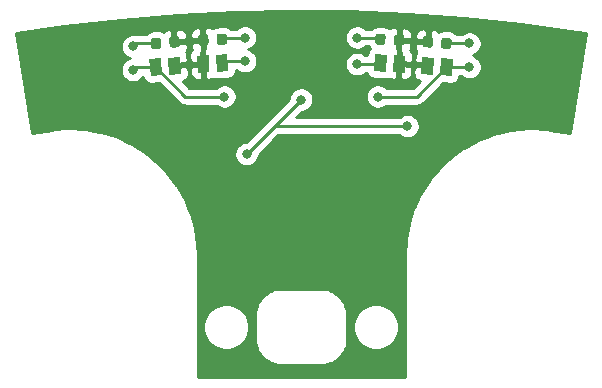
<source format=gbl>
G04 #@! TF.GenerationSoftware,KiCad,Pcbnew,(5.1.10)-1*
G04 #@! TF.CreationDate,2022-02-06T13:52:41+09:00*
G04 #@! TF.ProjectId,FrontSensor,46726f6e-7453-4656-9e73-6f722e6b6963,rev?*
G04 #@! TF.SameCoordinates,Original*
G04 #@! TF.FileFunction,Copper,L2,Bot*
G04 #@! TF.FilePolarity,Positive*
%FSLAX46Y46*%
G04 Gerber Fmt 4.6, Leading zero omitted, Abs format (unit mm)*
G04 Created by KiCad (PCBNEW (5.1.10)-1) date 2022-02-06 13:52:41*
%MOMM*%
%LPD*%
G01*
G04 APERTURE LIST*
G04 #@! TA.AperFunction,SMDPad,CuDef*
%ADD10C,0.100000*%
G04 #@! TD*
G04 #@! TA.AperFunction,ViaPad*
%ADD11C,0.800000*%
G04 #@! TD*
G04 #@! TA.AperFunction,Conductor*
%ADD12C,0.250000*%
G04 #@! TD*
G04 #@! TA.AperFunction,Conductor*
%ADD13C,0.254000*%
G04 #@! TD*
G04 #@! TA.AperFunction,Conductor*
%ADD14C,0.100000*%
G04 #@! TD*
G04 APERTURE END LIST*
G04 #@! TA.AperFunction,SMDPad,CuDef*
G36*
G01*
X-11868228Y151793286D02*
X-11829801Y151282229D01*
G75*
G02*
X-12031533Y151047693I-218134J-16402D01*
G01*
X-12467802Y151014890D01*
G75*
G02*
X-12702338Y151216622I-16402J218134D01*
G01*
X-12740765Y151727679D01*
G75*
G02*
X-12539033Y151962215I218134J16402D01*
G01*
X-12102764Y151995018D01*
G75*
G02*
X-11868228Y151793286I16402J-218134D01*
G01*
G37*
G04 #@! TD.AperFunction*
G04 #@! TA.AperFunction,SMDPad,CuDef*
G36*
G01*
X-10297662Y151911378D02*
X-10259235Y151400321D01*
G75*
G02*
X-10460967Y151165785I-218134J-16402D01*
G01*
X-10897236Y151132982D01*
G75*
G02*
X-11131772Y151334714I-16402J218134D01*
G01*
X-11170199Y151845771D01*
G75*
G02*
X-10968467Y152080307I218134J16402D01*
G01*
X-10532198Y152113110D01*
G75*
G02*
X-10297662Y151911378I16402J-218134D01*
G01*
G37*
G04 #@! TD.AperFunction*
G04 #@! TA.AperFunction,SMDPad,CuDef*
G36*
G01*
X-8711020Y151499215D02*
X-8736056Y152011103D01*
G75*
G02*
X-8528253Y152240278I218489J10686D01*
G01*
X-8091275Y152261650D01*
G75*
G02*
X-7862100Y152053847I10686J-218489D01*
G01*
X-7837064Y151541959D01*
G75*
G02*
X-8044867Y151312784I-218489J-10686D01*
G01*
X-8481845Y151291412D01*
G75*
G02*
X-8711020Y151499215I-10686J218489D01*
G01*
G37*
G04 #@! TD.AperFunction*
G04 #@! TA.AperFunction,SMDPad,CuDef*
G36*
G01*
X-7137900Y151576153D02*
X-7162936Y152088041D01*
G75*
G02*
X-6955133Y152317216I218489J10686D01*
G01*
X-6518155Y152338588D01*
G75*
G02*
X-6288980Y152130785I10686J-218489D01*
G01*
X-6263944Y151618897D01*
G75*
G02*
X-6471747Y151389722I-218489J-10686D01*
G01*
X-6908725Y151368350D01*
G75*
G02*
X-7137900Y151576153I-10686J218489D01*
G01*
G37*
G04 #@! TD.AperFunction*
G04 #@! TA.AperFunction,SMDPad,CuDef*
G36*
G01*
X7163413Y152088630D02*
X7137484Y151576786D01*
G75*
G02*
X6907947Y151369383I-218470J11067D01*
G01*
X6471008Y151391517D01*
G75*
G02*
X6263605Y151621054I11067J218470D01*
G01*
X6289534Y152132898D01*
G75*
G02*
X6519071Y152340301I218470J-11067D01*
G01*
X6956010Y152318167D01*
G75*
G02*
X7163413Y152088630I-11067J-218470D01*
G01*
G37*
G04 #@! TD.AperFunction*
G04 #@! TA.AperFunction,SMDPad,CuDef*
G36*
G01*
X8736395Y152008946D02*
X8710466Y151497102D01*
G75*
G02*
X8480929Y151289699I-218470J11067D01*
G01*
X8043990Y151311833D01*
G75*
G02*
X7836587Y151541370I11067J218470D01*
G01*
X7862516Y152053214D01*
G75*
G02*
X8092053Y152260617I218470J-11067D01*
G01*
X8528992Y152238483D01*
G75*
G02*
X8736395Y152008946I-11067J-218470D01*
G01*
G37*
G04 #@! TD.AperFunction*
G04 #@! TA.AperFunction,SMDPad,CuDef*
G36*
G01*
X10258951Y151402486D02*
X10298270Y151913475D01*
G75*
G02*
X10533157Y152114798I218105J-16782D01*
G01*
X10969368Y152081233D01*
G75*
G02*
X11170691Y151846346I-16782J-218105D01*
G01*
X11131372Y151335357D01*
G75*
G02*
X10896485Y151134034I-218105J16782D01*
G01*
X10460274Y151167599D01*
G75*
G02*
X10258951Y151402486I16782J218105D01*
G01*
G37*
G04 #@! TD.AperFunction*
G04 #@! TA.AperFunction,SMDPad,CuDef*
G36*
G01*
X11829309Y151281654D02*
X11868628Y151792643D01*
G75*
G02*
X12103515Y151993966I218105J-16782D01*
G01*
X12539726Y151960401D01*
G75*
G02*
X12741049Y151725514I-16782J-218105D01*
G01*
X12701730Y151214525D01*
G75*
G02*
X12466843Y151013202I-218105J16782D01*
G01*
X12030632Y151046767D01*
G75*
G02*
X11829309Y151281654I16782J218105D01*
G01*
G37*
G04 #@! TD.AperFunction*
G04 #@! TA.AperFunction,SMDPad,CuDef*
D10*
G36*
X-12741981Y148738568D02*
G01*
X-12850700Y150184487D01*
X-11853515Y150259466D01*
X-11744796Y148813547D01*
X-12741981Y148738568D01*
G37*
G04 #@! TD.AperFunction*
G04 #@! TA.AperFunction,SMDPad,CuDef*
G36*
X-11146485Y148858534D02*
G01*
X-11255204Y150304453D01*
X-10258019Y150379432D01*
X-10149300Y148933513D01*
X-11146485Y148858534D01*
G37*
G04 #@! TD.AperFunction*
G04 #@! TA.AperFunction,SMDPad,CuDef*
G36*
X-7835058Y150521479D02*
G01*
X-7764226Y149073210D01*
X-8763032Y149024361D01*
X-8833864Y150472630D01*
X-7835058Y150521479D01*
G37*
G04 #@! TD.AperFunction*
G04 #@! TA.AperFunction,SMDPad,CuDef*
G36*
X-6236968Y150599639D02*
G01*
X-6166136Y149151370D01*
X-7164942Y149102521D01*
X-7235774Y150550790D01*
X-6236968Y150599639D01*
G37*
G04 #@! TD.AperFunction*
G04 #@! TA.AperFunction,SMDPad,CuDef*
G36*
X6164985Y149153699D02*
G01*
X6238345Y150601842D01*
X7237065Y150551249D01*
X7163705Y149103106D01*
X6164985Y149153699D01*
G37*
G04 #@! TD.AperFunction*
G04 #@! TA.AperFunction,SMDPad,CuDef*
G36*
X7762935Y149072751D02*
G01*
X7836295Y150520894D01*
X8835015Y150470301D01*
X8761655Y149022158D01*
X7762935Y149072751D01*
G37*
G04 #@! TD.AperFunction*
G04 #@! TA.AperFunction,SMDPad,CuDef*
G36*
X11256506Y150304879D02*
G01*
X11145263Y148859152D01*
X10148210Y148935871D01*
X10259453Y150381598D01*
X11256506Y150304879D01*
G37*
G04 #@! TD.AperFunction*
G04 #@! TA.AperFunction,SMDPad,CuDef*
G36*
X12851790Y150182129D02*
G01*
X12740547Y148736402D01*
X11743494Y148813121D01*
X11854737Y150258848D01*
X12851790Y150182129D01*
G37*
G04 #@! TD.AperFunction*
D11*
X-4625000Y142125000D03*
X0Y146750000D03*
X9000000Y144500000D03*
X-15100000Y148000000D03*
X4000000Y146100000D03*
X-4000000Y146100000D03*
X-1500000Y148500000D03*
X1500000Y148500000D03*
X0Y143000000D03*
X0Y151000000D03*
X15000000Y148000000D03*
X3250000Y141250000D03*
X0Y137750000D03*
X-14250000Y151250000D03*
X-4750000Y152000000D03*
X4750000Y152000000D03*
X14250000Y151500000D03*
X-14250000Y149250000D03*
X-6500000Y147000000D03*
X-4750000Y150000000D03*
X4750000Y149750000D03*
X14250000Y149500000D03*
X6500000Y147000000D03*
D12*
X-2750000Y144000000D02*
X0Y146750000D01*
X-4625000Y142125000D02*
X-2750000Y144000000D01*
X-2750000Y144000000D02*
X-2250000Y144500000D01*
X-2250000Y144500000D02*
X9000000Y144500000D01*
X-13995046Y151504954D02*
X-14250000Y151250000D01*
X-12285283Y151504954D02*
X-13995046Y151504954D01*
X-6566909Y152000000D02*
X-6713440Y151853469D01*
X-4750000Y152000000D02*
X-6566909Y152000000D01*
X6568351Y152000000D02*
X6713509Y151854842D01*
X4750000Y152000000D02*
X6568351Y152000000D01*
X14246416Y151503584D02*
X14250000Y151500000D01*
X12285179Y151503584D02*
X14246416Y151503584D01*
X-14000983Y149499017D02*
X-14250000Y149250000D01*
X-12297748Y149499017D02*
X-14000983Y149499017D01*
X-9798731Y147000000D02*
X-12297748Y149499017D01*
X-6500000Y147000000D02*
X-9798731Y147000000D01*
X-6552035Y150000000D02*
X-6700955Y149851080D01*
X-4750000Y150000000D02*
X-6552035Y150000000D01*
X4750000Y149750000D02*
X6598551Y149750000D01*
X6598551Y149750000D02*
X6701025Y149852474D01*
X14247625Y149497625D02*
X14250000Y149500000D01*
X12297642Y149497625D02*
X14247625Y149497625D01*
X9800017Y147000000D02*
X12297642Y149497625D01*
X6500000Y147000000D02*
X9800017Y147000000D01*
D13*
X4087179Y154210755D02*
X8929016Y154006282D01*
X13762084Y153649820D01*
X18581542Y153141727D01*
X23386604Y152481960D01*
X24155489Y152360180D01*
X22779262Y143939284D01*
X21021125Y144211252D01*
X21002913Y144212260D01*
X20204128Y144295547D01*
X20165985Y144297114D01*
X20127905Y144299510D01*
X18872095Y144299510D01*
X18779975Y144293714D01*
X17534069Y144136320D01*
X17534067Y144136320D01*
X17443400Y144119025D01*
X16227043Y143806717D01*
X16189303Y143794454D01*
X16139259Y143778194D01*
X14971636Y143315900D01*
X14901485Y143282889D01*
X14888118Y143276599D01*
X13787643Y142671607D01*
X13765176Y142657349D01*
X13709710Y142622150D01*
X12693738Y141884002D01*
X12622618Y141825167D01*
X11707172Y140965506D01*
X11643987Y140898221D01*
X10843504Y139930604D01*
X10843503Y139930603D01*
X10789249Y139855929D01*
X10116352Y138795613D01*
X10090329Y138748277D01*
X10071885Y138714728D01*
X9537187Y137578437D01*
X9517307Y137528224D01*
X9503209Y137492617D01*
X9115141Y136298270D01*
X9092187Y136208868D01*
X9092187Y136208867D01*
X8856872Y134975300D01*
X8845303Y134883726D01*
X8767264Y133643340D01*
X8765000Y133620348D01*
X8764999Y123235000D01*
X-8765000Y123235000D01*
X-8765000Y127691624D01*
X-8278919Y127691624D01*
X-8278919Y127308376D01*
X-8204151Y126932493D01*
X-8057489Y126578419D01*
X-7844568Y126259761D01*
X-7573572Y125988765D01*
X-7254914Y125775844D01*
X-6900840Y125629182D01*
X-6524957Y125554414D01*
X-6141709Y125554414D01*
X-5765826Y125629182D01*
X-5411752Y125775844D01*
X-5093094Y125988765D01*
X-4822098Y126259761D01*
X-4685700Y126463896D01*
X-3901666Y126463896D01*
X-3898539Y126432152D01*
X-3898604Y126422914D01*
X-3897603Y126412701D01*
X-3867003Y126121556D01*
X-3853600Y126056262D01*
X-3841124Y125990862D01*
X-3838159Y125981038D01*
X-3751591Y125701382D01*
X-3725768Y125639952D01*
X-3700820Y125578203D01*
X-3696002Y125569142D01*
X-3556763Y125311626D01*
X-3519493Y125256371D01*
X-3483035Y125200658D01*
X-3476550Y125192705D01*
X-3289944Y124967138D01*
X-3242657Y124920179D01*
X-3196066Y124872602D01*
X-3188159Y124866060D01*
X-2961295Y124681034D01*
X-2905787Y124644155D01*
X-2850842Y124606533D01*
X-2841815Y124601652D01*
X-2583334Y124464215D01*
X-2521728Y124438822D01*
X-2460514Y124412586D01*
X-2450711Y124409551D01*
X-2170457Y124324937D01*
X-2105067Y124311990D01*
X-2039947Y124298148D01*
X-2029743Y124297075D01*
X-2029741Y124297075D01*
X-1738389Y124268508D01*
X-1702771Y124265000D01*
X1702771Y124265000D01*
X1734515Y124268127D01*
X1743752Y124268062D01*
X1753965Y124269063D01*
X2045110Y124299663D01*
X2110404Y124313066D01*
X2175804Y124325542D01*
X2185628Y124328507D01*
X2465284Y124415075D01*
X2526714Y124440898D01*
X2588463Y124465846D01*
X2597524Y124470664D01*
X2855040Y124609903D01*
X2910295Y124647173D01*
X2966008Y124683631D01*
X2973961Y124690116D01*
X3199528Y124876722D01*
X3246487Y124924009D01*
X3294064Y124970600D01*
X3300606Y124978507D01*
X3485632Y125205371D01*
X3522511Y125260879D01*
X3560133Y125315824D01*
X3565014Y125324851D01*
X3702451Y125583332D01*
X3727844Y125644938D01*
X3754080Y125706152D01*
X3757115Y125715955D01*
X3841729Y125996209D01*
X3854676Y126061599D01*
X3868518Y126126719D01*
X3869591Y126136925D01*
X3898158Y126428277D01*
X3901666Y126463895D01*
X3901666Y127691624D01*
X4387747Y127691624D01*
X4387747Y127308376D01*
X4462515Y126932493D01*
X4609177Y126578419D01*
X4822098Y126259761D01*
X5093094Y125988765D01*
X5411752Y125775844D01*
X5765826Y125629182D01*
X6141709Y125554414D01*
X6524957Y125554414D01*
X6900840Y125629182D01*
X7254914Y125775844D01*
X7573572Y125988765D01*
X7844568Y126259761D01*
X8057489Y126578419D01*
X8204151Y126932493D01*
X8278919Y127308376D01*
X8278919Y127691624D01*
X8204151Y128067507D01*
X8057489Y128421581D01*
X7844568Y128740239D01*
X7573572Y129011235D01*
X7254914Y129224156D01*
X6900840Y129370818D01*
X6524957Y129445586D01*
X6141709Y129445586D01*
X5765826Y129370818D01*
X5411752Y129224156D01*
X5093094Y129011235D01*
X4822098Y128740239D01*
X4609177Y128421581D01*
X4462515Y128067507D01*
X4387747Y127691624D01*
X3901666Y127691624D01*
X3901666Y128536105D01*
X3898539Y128567849D01*
X3898604Y128577085D01*
X3897603Y128587299D01*
X3867003Y128878444D01*
X3853593Y128943770D01*
X3841124Y129009138D01*
X3838159Y129018963D01*
X3751591Y129298618D01*
X3725763Y129360060D01*
X3700820Y129421797D01*
X3696002Y129430858D01*
X3556763Y129688374D01*
X3519508Y129743606D01*
X3483035Y129799342D01*
X3476550Y129807295D01*
X3289945Y130032862D01*
X3242638Y130079840D01*
X3196066Y130127398D01*
X3188159Y130133940D01*
X2961295Y130318966D01*
X2905787Y130355845D01*
X2850842Y130393467D01*
X2841815Y130398348D01*
X2583334Y130535785D01*
X2521754Y130561167D01*
X2460515Y130587414D01*
X2450711Y130590449D01*
X2170457Y130675063D01*
X2105067Y130688010D01*
X2039947Y130701852D01*
X2029743Y130702925D01*
X2029741Y130702925D01*
X1738389Y130731492D01*
X1702771Y130735000D01*
X-1702771Y130735000D01*
X-1734515Y130731873D01*
X-1743751Y130731938D01*
X-1753965Y130730937D01*
X-2045110Y130700337D01*
X-2110436Y130686927D01*
X-2175804Y130674458D01*
X-2185629Y130671493D01*
X-2465284Y130584925D01*
X-2526726Y130559097D01*
X-2588463Y130534154D01*
X-2597519Y130529339D01*
X-2597523Y130529337D01*
X-2597524Y130529336D01*
X-2855040Y130390097D01*
X-2910272Y130352842D01*
X-2966008Y130316369D01*
X-2973961Y130309884D01*
X-3199528Y130123279D01*
X-3246506Y130075972D01*
X-3294064Y130029400D01*
X-3300606Y130021493D01*
X-3485632Y129794629D01*
X-3522511Y129739121D01*
X-3560133Y129684176D01*
X-3565014Y129675149D01*
X-3702451Y129416668D01*
X-3727833Y129355088D01*
X-3754080Y129293849D01*
X-3757115Y129284045D01*
X-3841729Y129003791D01*
X-3854676Y128938401D01*
X-3868518Y128873281D01*
X-3869591Y128863075D01*
X-3898158Y128571723D01*
X-3898158Y128571713D01*
X-3901665Y128536105D01*
X-3901666Y126463896D01*
X-4685700Y126463896D01*
X-4609177Y126578419D01*
X-4462515Y126932493D01*
X-4387747Y127308376D01*
X-4387747Y127691624D01*
X-4462515Y128067507D01*
X-4609177Y128421581D01*
X-4822098Y128740239D01*
X-5093094Y129011235D01*
X-5411752Y129224156D01*
X-5765826Y129370818D01*
X-6141709Y129445586D01*
X-6524957Y129445586D01*
X-6900840Y129370818D01*
X-7254914Y129224156D01*
X-7573572Y129011235D01*
X-7844568Y128740239D01*
X-8057489Y128421581D01*
X-8204151Y128067507D01*
X-8278919Y127691624D01*
X-8765000Y127691624D01*
X-8765000Y133620348D01*
X-8766480Y133635378D01*
X-8799318Y134434686D01*
X-8803277Y134472657D01*
X-8806407Y134510683D01*
X-8987802Y135753324D01*
X-9006843Y135843640D01*
X-9006843Y135843641D01*
X-9342552Y137053748D01*
X-9372763Y137140966D01*
X-9372766Y137140972D01*
X-9857491Y138299455D01*
X-9898395Y138382199D01*
X-10524491Y139470789D01*
X-10524497Y139470801D01*
X-10575449Y139547766D01*
X-11333053Y140549313D01*
X-11393250Y140619285D01*
X-12270407Y141517981D01*
X-12338898Y141579857D01*
X-13152540Y142226939D01*
X-5660000Y142226939D01*
X-5660000Y142023061D01*
X-5620226Y141823102D01*
X-5542205Y141634744D01*
X-5428937Y141465226D01*
X-5284774Y141321063D01*
X-5115256Y141207795D01*
X-4926898Y141129774D01*
X-4726939Y141090000D01*
X-4523061Y141090000D01*
X-4323102Y141129774D01*
X-4134744Y141207795D01*
X-3965226Y141321063D01*
X-3821063Y141465226D01*
X-3707795Y141634744D01*
X-3629774Y141823102D01*
X-3590000Y142023061D01*
X-3590000Y142085198D01*
X-2186201Y143488996D01*
X-2186192Y143489007D01*
X-1935199Y143740000D01*
X8296289Y143740000D01*
X8340226Y143696063D01*
X8509744Y143582795D01*
X8698102Y143504774D01*
X8898061Y143465000D01*
X9101939Y143465000D01*
X9301898Y143504774D01*
X9490256Y143582795D01*
X9659774Y143696063D01*
X9803937Y143840226D01*
X9917205Y144009744D01*
X9995226Y144198102D01*
X10035000Y144398061D01*
X10035000Y144601939D01*
X9995226Y144801898D01*
X9917205Y144990256D01*
X9803937Y145159774D01*
X9659774Y145303937D01*
X9490256Y145417205D01*
X9301898Y145495226D01*
X9101939Y145535000D01*
X8898061Y145535000D01*
X8698102Y145495226D01*
X8509744Y145417205D01*
X8340226Y145303937D01*
X8296289Y145260000D01*
X-415198Y145260000D01*
X39802Y145715000D01*
X101939Y145715000D01*
X301898Y145754774D01*
X490256Y145832795D01*
X659774Y145946063D01*
X803937Y146090226D01*
X917205Y146259744D01*
X995226Y146448102D01*
X1035000Y146648061D01*
X1035000Y146851939D01*
X995226Y147051898D01*
X974499Y147101939D01*
X5465000Y147101939D01*
X5465000Y146898061D01*
X5504774Y146698102D01*
X5582795Y146509744D01*
X5696063Y146340226D01*
X5840226Y146196063D01*
X6009744Y146082795D01*
X6198102Y146004774D01*
X6398061Y145965000D01*
X6601939Y145965000D01*
X6801898Y146004774D01*
X6990256Y146082795D01*
X7159774Y146196063D01*
X7203711Y146240000D01*
X9762695Y146240000D01*
X9800017Y146236324D01*
X9837339Y146240000D01*
X9837350Y146240000D01*
X9949003Y146250997D01*
X10092264Y146294454D01*
X10224293Y146365026D01*
X10340018Y146459999D01*
X10363821Y146489003D01*
X12026227Y148151408D01*
X12691595Y148100211D01*
X12816650Y148102885D01*
X12938781Y148129904D01*
X13053294Y148180232D01*
X13155788Y148251932D01*
X13242324Y148342251D01*
X13309578Y148447716D01*
X13354964Y148564275D01*
X13376738Y148687450D01*
X13380599Y148737625D01*
X13548664Y148737625D01*
X13590226Y148696063D01*
X13759744Y148582795D01*
X13948102Y148504774D01*
X14148061Y148465000D01*
X14351939Y148465000D01*
X14551898Y148504774D01*
X14740256Y148582795D01*
X14909774Y148696063D01*
X15053937Y148840226D01*
X15167205Y149009744D01*
X15245226Y149198102D01*
X15285000Y149398061D01*
X15285000Y149601939D01*
X15245226Y149801898D01*
X15167205Y149990256D01*
X15053937Y150159774D01*
X14909774Y150303937D01*
X14740256Y150417205D01*
X14551898Y150495226D01*
X14527897Y150500000D01*
X14551898Y150504774D01*
X14740256Y150582795D01*
X14909774Y150696063D01*
X15053937Y150840226D01*
X15167205Y151009744D01*
X15245226Y151198102D01*
X15285000Y151398061D01*
X15285000Y151601939D01*
X15245226Y151801898D01*
X15167205Y151990256D01*
X15053937Y152159774D01*
X14909774Y152303937D01*
X14740256Y152417205D01*
X14551898Y152495226D01*
X14351939Y152535000D01*
X14148061Y152535000D01*
X13948102Y152495226D01*
X13759744Y152417205D01*
X13590226Y152303937D01*
X13549873Y152263584D01*
X13198905Y152263584D01*
X13173505Y152299893D01*
X13052223Y152416097D01*
X12910601Y152506407D01*
X12754081Y152567353D01*
X12588679Y152596593D01*
X12152468Y152630158D01*
X11984540Y152626567D01*
X11820539Y152590284D01*
X11666768Y152522703D01*
X11643813Y152506644D01*
X11581625Y152566228D01*
X11476159Y152633483D01*
X11359600Y152678869D01*
X11236425Y152700643D01*
X11084887Y152709222D01*
X10914426Y152563119D01*
X10851190Y151741298D01*
X10871131Y151739764D01*
X10851644Y151486513D01*
X10831703Y151488047D01*
X10830169Y151468106D01*
X10576918Y151487593D01*
X10578452Y151507534D01*
X9794021Y151567892D01*
X9623559Y151421789D01*
X9605977Y151233333D01*
X9608651Y151108277D01*
X9635671Y150986146D01*
X9685999Y150871634D01*
X9755482Y150772309D01*
X9690422Y150670284D01*
X9645035Y150553725D01*
X9623261Y150430550D01*
X9592626Y149992359D01*
X9738729Y149821898D01*
X10585476Y149756744D01*
X10587010Y149776685D01*
X10840261Y149757198D01*
X10838727Y149737257D01*
X10858668Y149735723D01*
X10839181Y149482472D01*
X10819240Y149484006D01*
X10817706Y149464065D01*
X10564455Y149483552D01*
X10565989Y149503493D01*
X9719242Y149568646D01*
X9548781Y149422543D01*
X9512019Y148984824D01*
X9514693Y148859768D01*
X9541712Y148737637D01*
X9592041Y148623124D01*
X9663741Y148520630D01*
X9754059Y148434094D01*
X9859524Y148366840D01*
X9976084Y148321454D01*
X10036066Y148310851D01*
X9485216Y147760000D01*
X7203711Y147760000D01*
X7159774Y147803937D01*
X6990256Y147917205D01*
X6801898Y147995226D01*
X6601939Y148035000D01*
X6398061Y148035000D01*
X6198102Y147995226D01*
X6009744Y147917205D01*
X5840226Y147803937D01*
X5696063Y147659774D01*
X5582795Y147490256D01*
X5504774Y147301898D01*
X5465000Y147101939D01*
X974499Y147101939D01*
X917205Y147240256D01*
X803937Y147409774D01*
X659774Y147553937D01*
X490256Y147667205D01*
X301898Y147745226D01*
X101939Y147785000D01*
X-101939Y147785000D01*
X-301898Y147745226D01*
X-490256Y147667205D01*
X-659774Y147553937D01*
X-803937Y147409774D01*
X-917205Y147240256D01*
X-995226Y147051898D01*
X-1035000Y146851939D01*
X-1035000Y146789802D01*
X-2760998Y145063803D01*
X-2790001Y145040001D01*
X-2813803Y145010998D01*
X-3260993Y144563808D01*
X-3261004Y144563799D01*
X-4664802Y143160000D01*
X-4726939Y143160000D01*
X-4926898Y143120226D01*
X-5115256Y143042205D01*
X-5284774Y142928937D01*
X-5428937Y142784774D01*
X-5542205Y142615256D01*
X-5620226Y142426898D01*
X-5660000Y142226939D01*
X-13152540Y142226939D01*
X-13321775Y142361530D01*
X-13353980Y142383992D01*
X-13397482Y142414334D01*
X-14470579Y143066655D01*
X-14526492Y143096003D01*
X-14552306Y143109553D01*
X-15698698Y143622237D01*
X-15785157Y143654554D01*
X-15785162Y143654555D01*
X-16986766Y144019514D01*
X-17076595Y144040740D01*
X-18314471Y144252220D01*
X-18324988Y144253343D01*
X-18406251Y144262020D01*
X-19660871Y144316686D01*
X-19753156Y144314906D01*
X-20994925Y144212702D01*
X-21021125Y144211252D01*
X-22779262Y143939284D01*
X-23990713Y151351939D01*
X-15285000Y151351939D01*
X-15285000Y151148061D01*
X-15245226Y150948102D01*
X-15167205Y150759744D01*
X-15053937Y150590226D01*
X-14909774Y150446063D01*
X-14740256Y150332795D01*
X-14551898Y150254774D01*
X-14527897Y150250000D01*
X-14551898Y150245226D01*
X-14740256Y150167205D01*
X-14909774Y150053937D01*
X-15053937Y149909774D01*
X-15167205Y149740256D01*
X-15245226Y149551898D01*
X-15285000Y149351939D01*
X-15285000Y149148061D01*
X-15245226Y148948102D01*
X-15167205Y148759744D01*
X-15053937Y148590226D01*
X-14909774Y148446063D01*
X-14740256Y148332795D01*
X-14551898Y148254774D01*
X-14351939Y148215000D01*
X-14148061Y148215000D01*
X-13948102Y148254774D01*
X-13759744Y148332795D01*
X-13590226Y148446063D01*
X-13446063Y148590226D01*
X-13378323Y148691606D01*
X-13378257Y148690726D01*
X-13356698Y148567514D01*
X-13311515Y148450876D01*
X-13244445Y148345293D01*
X-13158067Y148254824D01*
X-13055698Y148182944D01*
X-12941273Y148132417D01*
X-12819190Y148105184D01*
X-12694139Y148102292D01*
X-12026058Y148152525D01*
X-10362530Y146488997D01*
X-10338732Y146459999D01*
X-10223007Y146365026D01*
X-10090978Y146294454D01*
X-9947717Y146250997D01*
X-9836064Y146240000D01*
X-9836056Y146240000D01*
X-9798731Y146236324D01*
X-9761406Y146240000D01*
X-7203711Y146240000D01*
X-7159774Y146196063D01*
X-6990256Y146082795D01*
X-6801898Y146004774D01*
X-6601939Y145965000D01*
X-6398061Y145965000D01*
X-6198102Y146004774D01*
X-6009744Y146082795D01*
X-5840226Y146196063D01*
X-5696063Y146340226D01*
X-5582795Y146509744D01*
X-5504774Y146698102D01*
X-5465000Y146898061D01*
X-5465000Y147101939D01*
X-5504774Y147301898D01*
X-5582795Y147490256D01*
X-5696063Y147659774D01*
X-5840226Y147803937D01*
X-6009744Y147917205D01*
X-6198102Y147995226D01*
X-6398061Y148035000D01*
X-6601939Y148035000D01*
X-6801898Y147995226D01*
X-6990256Y147917205D01*
X-7159774Y147803937D01*
X-7203711Y147760000D01*
X-9483929Y147760000D01*
X-10033123Y148309194D01*
X-9978246Y148318796D01*
X-9861607Y148363979D01*
X-9756025Y148431049D01*
X-9665556Y148517427D01*
X-9593677Y148619796D01*
X-9543149Y148734221D01*
X-9515916Y148856304D01*
X-9513024Y148981355D01*
X-9549022Y149419138D01*
X-9564053Y149432067D01*
X-9418731Y149432067D01*
X-9400342Y148993191D01*
X-9382016Y148869457D01*
X-9339902Y148751675D01*
X-9275619Y148644373D01*
X-9191638Y148551674D01*
X-9091186Y148477140D01*
X-8978123Y148423634D01*
X-8856795Y148393215D01*
X-8731862Y148387050D01*
X-8518018Y148400585D01*
X-8367213Y148566900D01*
X-8419689Y149639868D01*
X-9267926Y149598382D01*
X-9418731Y149432067D01*
X-9564053Y149432067D01*
X-9719228Y149565538D01*
X-10566087Y149501863D01*
X-10564587Y149481919D01*
X-10817872Y149462874D01*
X-10819372Y149482818D01*
X-10839316Y149481318D01*
X-10858361Y149734603D01*
X-10838417Y149736103D01*
X-10839917Y149756047D01*
X-10586632Y149775092D01*
X-10585132Y149755148D01*
X-9738272Y149818823D01*
X-9591872Y149989030D01*
X-9621743Y150427273D01*
X-9624225Y150441460D01*
X-9471174Y150441460D01*
X-9446649Y150002884D01*
X-9280333Y149852079D01*
X-8432097Y149893564D01*
X-8471764Y150704608D01*
X-8366940Y150820213D01*
X-8374702Y150978940D01*
X-8230877Y150978940D01*
X-8178401Y149905972D01*
X-8158425Y149906949D01*
X-8146016Y149653253D01*
X-8165993Y149652276D01*
X-8113516Y148579308D01*
X-7947200Y148428502D01*
X-7733056Y148435900D01*
X-7609322Y148454226D01*
X-7491540Y148496340D01*
X-7437244Y148528869D01*
X-7380034Y148501795D01*
X-7258705Y148471376D01*
X-7133773Y148465211D01*
X-6134967Y148514060D01*
X-6011232Y148532386D01*
X-5893451Y148574500D01*
X-5786149Y148638783D01*
X-5693449Y148722764D01*
X-5618915Y148823216D01*
X-5565410Y148936279D01*
X-5534991Y149057608D01*
X-5528826Y149182540D01*
X-5531636Y149240000D01*
X-5453711Y149240000D01*
X-5409774Y149196063D01*
X-5240256Y149082795D01*
X-5051898Y149004774D01*
X-4851939Y148965000D01*
X-4648061Y148965000D01*
X-4448102Y149004774D01*
X-4259744Y149082795D01*
X-4090226Y149196063D01*
X-3946063Y149340226D01*
X-3832795Y149509744D01*
X-3754774Y149698102D01*
X-3715000Y149898061D01*
X-3715000Y150101939D01*
X-3754774Y150301898D01*
X-3832795Y150490256D01*
X-3946063Y150659774D01*
X-4090226Y150803937D01*
X-4259744Y150917205D01*
X-4448102Y150995226D01*
X-4472103Y151000000D01*
X-4448102Y151004774D01*
X-4259744Y151082795D01*
X-4090226Y151196063D01*
X-3946063Y151340226D01*
X-3832795Y151509744D01*
X-3754774Y151698102D01*
X-3715000Y151898061D01*
X-3715000Y152101939D01*
X3715000Y152101939D01*
X3715000Y151898061D01*
X3754774Y151698102D01*
X3832795Y151509744D01*
X3946063Y151340226D01*
X4090226Y151196063D01*
X4259744Y151082795D01*
X4448102Y151004774D01*
X4648061Y150965000D01*
X4851939Y150965000D01*
X5051898Y151004774D01*
X5240256Y151082795D01*
X5409774Y151196063D01*
X5453711Y151240000D01*
X5713796Y151240000D01*
X5746483Y151170615D01*
X5814703Y151078336D01*
X5810565Y151075276D01*
X5726422Y150982723D01*
X5661952Y150875534D01*
X5619633Y150757826D01*
X5601090Y150634124D01*
X5594802Y150510000D01*
X5453711Y150510000D01*
X5409774Y150553937D01*
X5240256Y150667205D01*
X5051898Y150745226D01*
X4851939Y150785000D01*
X4648061Y150785000D01*
X4448102Y150745226D01*
X4259744Y150667205D01*
X4090226Y150553937D01*
X3946063Y150409774D01*
X3832795Y150240256D01*
X3754774Y150051898D01*
X3715000Y149851939D01*
X3715000Y149648061D01*
X3754774Y149448102D01*
X3832795Y149259744D01*
X3946063Y149090226D01*
X4090226Y148946063D01*
X4259744Y148832795D01*
X4448102Y148754774D01*
X4648061Y148715000D01*
X4851939Y148715000D01*
X5051898Y148754774D01*
X5240256Y148832795D01*
X5409774Y148946063D01*
X5453711Y148990000D01*
X5551356Y148990000D01*
X5563885Y148939657D01*
X5617192Y148826501D01*
X5691551Y148725919D01*
X5784104Y148641776D01*
X5891293Y148577306D01*
X6009001Y148534987D01*
X6132703Y148516444D01*
X7131423Y148465851D01*
X7256366Y148471798D01*
X7377747Y148502005D01*
X7435006Y148528980D01*
X7489244Y148496358D01*
X7606951Y148454038D01*
X7730654Y148435496D01*
X7944785Y148427725D01*
X8097140Y148565389D01*
X8365038Y148565389D01*
X8515553Y148398811D01*
X8729373Y148384903D01*
X8854316Y148390850D01*
X8975697Y148421057D01*
X9088853Y148474366D01*
X9189435Y148548724D01*
X9273577Y148641277D01*
X9338048Y148748466D01*
X9380367Y148866174D01*
X9398910Y148989876D01*
X9418065Y149428719D01*
X9267549Y149595297D01*
X8419387Y149638263D01*
X8365038Y148565389D01*
X8097140Y148565389D01*
X8111363Y148578240D01*
X8165712Y149651114D01*
X8145738Y149652126D01*
X8158589Y149905801D01*
X8178563Y149904789D01*
X8224859Y150818701D01*
X8365202Y150818701D01*
X8473134Y150699250D01*
X8432238Y149891938D01*
X9280400Y149848972D01*
X9446978Y149999487D01*
X9472269Y150438019D01*
X9466323Y150562962D01*
X9436115Y150684344D01*
X9382807Y150797500D01*
X9308449Y150898081D01*
X9245786Y150955050D01*
X9275792Y151004940D01*
X9318112Y151122648D01*
X9336654Y151246350D01*
X9343161Y151435513D01*
X9192646Y151602091D01*
X8406903Y151641895D01*
X8365202Y150818701D01*
X8224859Y150818701D01*
X8232912Y150977663D01*
X8124980Y151097114D01*
X8153228Y151654746D01*
X8133254Y151655758D01*
X8145402Y151895570D01*
X8419754Y151895570D01*
X9205496Y151855766D01*
X9355831Y151991605D01*
X9667404Y151991605D01*
X9813507Y151821144D01*
X10597939Y151760785D01*
X10661174Y152582606D01*
X10515071Y152753067D01*
X10364004Y152767772D01*
X10238949Y152765098D01*
X10116818Y152738078D01*
X10002305Y152687750D01*
X9899811Y152616050D01*
X9813275Y152525732D01*
X9746021Y152420267D01*
X9700635Y152303707D01*
X9678861Y152180533D01*
X9667404Y151991605D01*
X9355831Y151991605D01*
X9372074Y152006281D01*
X9384717Y152195133D01*
X9378771Y152320076D01*
X9348563Y152441458D01*
X9295255Y152554614D01*
X9220896Y152655196D01*
X9128344Y152739338D01*
X9021154Y152803809D01*
X8903447Y152846128D01*
X8779744Y152864670D01*
X8628033Y152869280D01*
X8461455Y152718764D01*
X8419754Y151895570D01*
X8145402Y151895570D01*
X8146105Y151909433D01*
X8166079Y151908421D01*
X8207780Y152731615D01*
X8057265Y152898193D01*
X7905865Y152908939D01*
X7780922Y152902993D01*
X7659540Y152872785D01*
X7546384Y152819477D01*
X7477130Y152768278D01*
X7456401Y152787123D01*
X7312463Y152873695D01*
X7154402Y152930522D01*
X6988291Y152955422D01*
X6551352Y152977556D01*
X6383577Y152969570D01*
X6220582Y152929007D01*
X6068632Y152857424D01*
X5936852Y152760000D01*
X5453711Y152760000D01*
X5409774Y152803937D01*
X5240256Y152917205D01*
X5051898Y152995226D01*
X4851939Y153035000D01*
X4648061Y153035000D01*
X4448102Y152995226D01*
X4259744Y152917205D01*
X4090226Y152803937D01*
X3946063Y152659774D01*
X3832795Y152490256D01*
X3754774Y152301898D01*
X3715000Y152101939D01*
X-3715000Y152101939D01*
X-3754774Y152301898D01*
X-3832795Y152490256D01*
X-3946063Y152659774D01*
X-4090226Y152803937D01*
X-4259744Y152917205D01*
X-4448102Y152995226D01*
X-4648061Y153035000D01*
X-4851939Y153035000D01*
X-5051898Y152995226D01*
X-5240256Y152917205D01*
X-5409774Y152803937D01*
X-5453711Y152760000D01*
X-5938882Y152760000D01*
X-6066814Y152854924D01*
X-6218639Y152926772D01*
X-6381563Y152967620D01*
X-6549325Y152975898D01*
X-6986303Y152954526D01*
X-7152457Y152929916D01*
X-7310617Y152873364D01*
X-7454706Y152787044D01*
X-7475466Y152768236D01*
X-7544632Y152819556D01*
X-7657695Y152873062D01*
X-7779023Y152903481D01*
X-7903956Y152909646D01*
X-8055374Y152899165D01*
X-8206180Y152732849D01*
X-8165916Y151909583D01*
X-8145940Y151910560D01*
X-8133531Y151656864D01*
X-8153508Y151655887D01*
X-8126053Y151094545D01*
X-8230877Y150978940D01*
X-8374702Y150978940D01*
X-8407204Y151643479D01*
X-9193015Y151605046D01*
X-9343821Y151438731D01*
X-9337644Y151249557D01*
X-9319318Y151125822D01*
X-9277204Y151008041D01*
X-9246053Y150956044D01*
X-9306551Y150901236D01*
X-9381085Y150800784D01*
X-9434591Y150687721D01*
X-9465010Y150566392D01*
X-9471174Y150441460D01*
X-9624225Y150441460D01*
X-9643302Y150550486D01*
X-9688485Y150667124D01*
X-9755030Y150771881D01*
X-9687210Y150868469D01*
X-9636683Y150982894D01*
X-9609450Y151104977D01*
X-9606558Y151230028D01*
X-9623811Y151418515D01*
X-9794017Y151564915D01*
X-10578552Y151505926D01*
X-10577052Y151485982D01*
X-10830337Y151466937D01*
X-10831837Y151486881D01*
X-10851781Y151485381D01*
X-10870826Y151738666D01*
X-10850882Y151740166D01*
X-10912683Y152562096D01*
X-10934824Y152581141D01*
X-10659398Y152581141D01*
X-10597597Y151759211D01*
X-9813061Y151818200D01*
X-9666661Y151988406D01*
X-9677787Y152177354D01*
X-9681473Y152198422D01*
X-9384052Y152198422D01*
X-9371738Y152009548D01*
X-9205423Y151858743D01*
X-8419612Y151897175D01*
X-8459877Y152720441D01*
X-8626192Y152871247D01*
X-8777911Y152866902D01*
X-8901645Y152848576D01*
X-9019427Y152806462D01*
X-9126729Y152742179D01*
X-9219428Y152658198D01*
X-9293962Y152557746D01*
X-9347468Y152444684D01*
X-9377887Y152323355D01*
X-9384052Y152198422D01*
X-9681473Y152198422D01*
X-9699346Y152300566D01*
X-9744529Y152417205D01*
X-9811599Y152522787D01*
X-9897978Y152613256D01*
X-10000346Y152685135D01*
X-10114771Y152735663D01*
X-10236854Y152762896D01*
X-10361905Y152765788D01*
X-10512998Y152751347D01*
X-10659398Y152581141D01*
X-10934824Y152581141D01*
X-11082889Y152708496D01*
X-11234442Y152700182D01*
X-11357655Y152678623D01*
X-11474293Y152633440D01*
X-11579876Y152566370D01*
X-11642168Y152506895D01*
X-11665093Y152522992D01*
X-11818746Y152590841D01*
X-11982683Y152627410D01*
X-12150605Y152631294D01*
X-12586874Y152598491D01*
X-12752328Y152569540D01*
X-12908953Y152508868D01*
X-13050733Y152418805D01*
X-13172218Y152302813D01*
X-13198801Y152264954D01*
X-13957724Y152264954D01*
X-13995047Y152268630D01*
X-14032370Y152264954D01*
X-14032379Y152264954D01*
X-14042347Y152263972D01*
X-14148061Y152285000D01*
X-14351939Y152285000D01*
X-14551898Y152245226D01*
X-14740256Y152167205D01*
X-14909774Y152053937D01*
X-15053937Y151909774D01*
X-15167205Y151740256D01*
X-15245226Y151551898D01*
X-15285000Y151351939D01*
X-23990713Y151351939D01*
X-24154198Y152352272D01*
X-20087041Y152951538D01*
X-15272789Y153507017D01*
X-10443479Y153911000D01*
X-5603875Y154163091D01*
X-758704Y154263043D01*
X4087179Y154210755D01*
G04 #@! TA.AperFunction,Conductor*
D14*
G36*
X4087179Y154210755D02*
G01*
X8929016Y154006282D01*
X13762084Y153649820D01*
X18581542Y153141727D01*
X23386604Y152481960D01*
X24155489Y152360180D01*
X22779262Y143939284D01*
X21021125Y144211252D01*
X21002913Y144212260D01*
X20204128Y144295547D01*
X20165985Y144297114D01*
X20127905Y144299510D01*
X18872095Y144299510D01*
X18779975Y144293714D01*
X17534069Y144136320D01*
X17534067Y144136320D01*
X17443400Y144119025D01*
X16227043Y143806717D01*
X16189303Y143794454D01*
X16139259Y143778194D01*
X14971636Y143315900D01*
X14901485Y143282889D01*
X14888118Y143276599D01*
X13787643Y142671607D01*
X13765176Y142657349D01*
X13709710Y142622150D01*
X12693738Y141884002D01*
X12622618Y141825167D01*
X11707172Y140965506D01*
X11643987Y140898221D01*
X10843504Y139930604D01*
X10843503Y139930603D01*
X10789249Y139855929D01*
X10116352Y138795613D01*
X10090329Y138748277D01*
X10071885Y138714728D01*
X9537187Y137578437D01*
X9517307Y137528224D01*
X9503209Y137492617D01*
X9115141Y136298270D01*
X9092187Y136208868D01*
X9092187Y136208867D01*
X8856872Y134975300D01*
X8845303Y134883726D01*
X8767264Y133643340D01*
X8765000Y133620348D01*
X8764999Y123235000D01*
X-8765000Y123235000D01*
X-8765000Y127691624D01*
X-8278919Y127691624D01*
X-8278919Y127308376D01*
X-8204151Y126932493D01*
X-8057489Y126578419D01*
X-7844568Y126259761D01*
X-7573572Y125988765D01*
X-7254914Y125775844D01*
X-6900840Y125629182D01*
X-6524957Y125554414D01*
X-6141709Y125554414D01*
X-5765826Y125629182D01*
X-5411752Y125775844D01*
X-5093094Y125988765D01*
X-4822098Y126259761D01*
X-4685700Y126463896D01*
X-3901666Y126463896D01*
X-3898539Y126432152D01*
X-3898604Y126422914D01*
X-3897603Y126412701D01*
X-3867003Y126121556D01*
X-3853600Y126056262D01*
X-3841124Y125990862D01*
X-3838159Y125981038D01*
X-3751591Y125701382D01*
X-3725768Y125639952D01*
X-3700820Y125578203D01*
X-3696002Y125569142D01*
X-3556763Y125311626D01*
X-3519493Y125256371D01*
X-3483035Y125200658D01*
X-3476550Y125192705D01*
X-3289944Y124967138D01*
X-3242657Y124920179D01*
X-3196066Y124872602D01*
X-3188159Y124866060D01*
X-2961295Y124681034D01*
X-2905787Y124644155D01*
X-2850842Y124606533D01*
X-2841815Y124601652D01*
X-2583334Y124464215D01*
X-2521728Y124438822D01*
X-2460514Y124412586D01*
X-2450711Y124409551D01*
X-2170457Y124324937D01*
X-2105067Y124311990D01*
X-2039947Y124298148D01*
X-2029743Y124297075D01*
X-2029741Y124297075D01*
X-1738389Y124268508D01*
X-1702771Y124265000D01*
X1702771Y124265000D01*
X1734515Y124268127D01*
X1743752Y124268062D01*
X1753965Y124269063D01*
X2045110Y124299663D01*
X2110404Y124313066D01*
X2175804Y124325542D01*
X2185628Y124328507D01*
X2465284Y124415075D01*
X2526714Y124440898D01*
X2588463Y124465846D01*
X2597524Y124470664D01*
X2855040Y124609903D01*
X2910295Y124647173D01*
X2966008Y124683631D01*
X2973961Y124690116D01*
X3199528Y124876722D01*
X3246487Y124924009D01*
X3294064Y124970600D01*
X3300606Y124978507D01*
X3485632Y125205371D01*
X3522511Y125260879D01*
X3560133Y125315824D01*
X3565014Y125324851D01*
X3702451Y125583332D01*
X3727844Y125644938D01*
X3754080Y125706152D01*
X3757115Y125715955D01*
X3841729Y125996209D01*
X3854676Y126061599D01*
X3868518Y126126719D01*
X3869591Y126136925D01*
X3898158Y126428277D01*
X3901666Y126463895D01*
X3901666Y127691624D01*
X4387747Y127691624D01*
X4387747Y127308376D01*
X4462515Y126932493D01*
X4609177Y126578419D01*
X4822098Y126259761D01*
X5093094Y125988765D01*
X5411752Y125775844D01*
X5765826Y125629182D01*
X6141709Y125554414D01*
X6524957Y125554414D01*
X6900840Y125629182D01*
X7254914Y125775844D01*
X7573572Y125988765D01*
X7844568Y126259761D01*
X8057489Y126578419D01*
X8204151Y126932493D01*
X8278919Y127308376D01*
X8278919Y127691624D01*
X8204151Y128067507D01*
X8057489Y128421581D01*
X7844568Y128740239D01*
X7573572Y129011235D01*
X7254914Y129224156D01*
X6900840Y129370818D01*
X6524957Y129445586D01*
X6141709Y129445586D01*
X5765826Y129370818D01*
X5411752Y129224156D01*
X5093094Y129011235D01*
X4822098Y128740239D01*
X4609177Y128421581D01*
X4462515Y128067507D01*
X4387747Y127691624D01*
X3901666Y127691624D01*
X3901666Y128536105D01*
X3898539Y128567849D01*
X3898604Y128577085D01*
X3897603Y128587299D01*
X3867003Y128878444D01*
X3853593Y128943770D01*
X3841124Y129009138D01*
X3838159Y129018963D01*
X3751591Y129298618D01*
X3725763Y129360060D01*
X3700820Y129421797D01*
X3696002Y129430858D01*
X3556763Y129688374D01*
X3519508Y129743606D01*
X3483035Y129799342D01*
X3476550Y129807295D01*
X3289945Y130032862D01*
X3242638Y130079840D01*
X3196066Y130127398D01*
X3188159Y130133940D01*
X2961295Y130318966D01*
X2905787Y130355845D01*
X2850842Y130393467D01*
X2841815Y130398348D01*
X2583334Y130535785D01*
X2521754Y130561167D01*
X2460515Y130587414D01*
X2450711Y130590449D01*
X2170457Y130675063D01*
X2105067Y130688010D01*
X2039947Y130701852D01*
X2029743Y130702925D01*
X2029741Y130702925D01*
X1738389Y130731492D01*
X1702771Y130735000D01*
X-1702771Y130735000D01*
X-1734515Y130731873D01*
X-1743751Y130731938D01*
X-1753965Y130730937D01*
X-2045110Y130700337D01*
X-2110436Y130686927D01*
X-2175804Y130674458D01*
X-2185629Y130671493D01*
X-2465284Y130584925D01*
X-2526726Y130559097D01*
X-2588463Y130534154D01*
X-2597519Y130529339D01*
X-2597523Y130529337D01*
X-2597524Y130529336D01*
X-2855040Y130390097D01*
X-2910272Y130352842D01*
X-2966008Y130316369D01*
X-2973961Y130309884D01*
X-3199528Y130123279D01*
X-3246506Y130075972D01*
X-3294064Y130029400D01*
X-3300606Y130021493D01*
X-3485632Y129794629D01*
X-3522511Y129739121D01*
X-3560133Y129684176D01*
X-3565014Y129675149D01*
X-3702451Y129416668D01*
X-3727833Y129355088D01*
X-3754080Y129293849D01*
X-3757115Y129284045D01*
X-3841729Y129003791D01*
X-3854676Y128938401D01*
X-3868518Y128873281D01*
X-3869591Y128863075D01*
X-3898158Y128571723D01*
X-3898158Y128571713D01*
X-3901665Y128536105D01*
X-3901666Y126463896D01*
X-4685700Y126463896D01*
X-4609177Y126578419D01*
X-4462515Y126932493D01*
X-4387747Y127308376D01*
X-4387747Y127691624D01*
X-4462515Y128067507D01*
X-4609177Y128421581D01*
X-4822098Y128740239D01*
X-5093094Y129011235D01*
X-5411752Y129224156D01*
X-5765826Y129370818D01*
X-6141709Y129445586D01*
X-6524957Y129445586D01*
X-6900840Y129370818D01*
X-7254914Y129224156D01*
X-7573572Y129011235D01*
X-7844568Y128740239D01*
X-8057489Y128421581D01*
X-8204151Y128067507D01*
X-8278919Y127691624D01*
X-8765000Y127691624D01*
X-8765000Y133620348D01*
X-8766480Y133635378D01*
X-8799318Y134434686D01*
X-8803277Y134472657D01*
X-8806407Y134510683D01*
X-8987802Y135753324D01*
X-9006843Y135843640D01*
X-9006843Y135843641D01*
X-9342552Y137053748D01*
X-9372763Y137140966D01*
X-9372766Y137140972D01*
X-9857491Y138299455D01*
X-9898395Y138382199D01*
X-10524491Y139470789D01*
X-10524497Y139470801D01*
X-10575449Y139547766D01*
X-11333053Y140549313D01*
X-11393250Y140619285D01*
X-12270407Y141517981D01*
X-12338898Y141579857D01*
X-13152540Y142226939D01*
X-5660000Y142226939D01*
X-5660000Y142023061D01*
X-5620226Y141823102D01*
X-5542205Y141634744D01*
X-5428937Y141465226D01*
X-5284774Y141321063D01*
X-5115256Y141207795D01*
X-4926898Y141129774D01*
X-4726939Y141090000D01*
X-4523061Y141090000D01*
X-4323102Y141129774D01*
X-4134744Y141207795D01*
X-3965226Y141321063D01*
X-3821063Y141465226D01*
X-3707795Y141634744D01*
X-3629774Y141823102D01*
X-3590000Y142023061D01*
X-3590000Y142085198D01*
X-2186201Y143488996D01*
X-2186192Y143489007D01*
X-1935199Y143740000D01*
X8296289Y143740000D01*
X8340226Y143696063D01*
X8509744Y143582795D01*
X8698102Y143504774D01*
X8898061Y143465000D01*
X9101939Y143465000D01*
X9301898Y143504774D01*
X9490256Y143582795D01*
X9659774Y143696063D01*
X9803937Y143840226D01*
X9917205Y144009744D01*
X9995226Y144198102D01*
X10035000Y144398061D01*
X10035000Y144601939D01*
X9995226Y144801898D01*
X9917205Y144990256D01*
X9803937Y145159774D01*
X9659774Y145303937D01*
X9490256Y145417205D01*
X9301898Y145495226D01*
X9101939Y145535000D01*
X8898061Y145535000D01*
X8698102Y145495226D01*
X8509744Y145417205D01*
X8340226Y145303937D01*
X8296289Y145260000D01*
X-415198Y145260000D01*
X39802Y145715000D01*
X101939Y145715000D01*
X301898Y145754774D01*
X490256Y145832795D01*
X659774Y145946063D01*
X803937Y146090226D01*
X917205Y146259744D01*
X995226Y146448102D01*
X1035000Y146648061D01*
X1035000Y146851939D01*
X995226Y147051898D01*
X974499Y147101939D01*
X5465000Y147101939D01*
X5465000Y146898061D01*
X5504774Y146698102D01*
X5582795Y146509744D01*
X5696063Y146340226D01*
X5840226Y146196063D01*
X6009744Y146082795D01*
X6198102Y146004774D01*
X6398061Y145965000D01*
X6601939Y145965000D01*
X6801898Y146004774D01*
X6990256Y146082795D01*
X7159774Y146196063D01*
X7203711Y146240000D01*
X9762695Y146240000D01*
X9800017Y146236324D01*
X9837339Y146240000D01*
X9837350Y146240000D01*
X9949003Y146250997D01*
X10092264Y146294454D01*
X10224293Y146365026D01*
X10340018Y146459999D01*
X10363821Y146489003D01*
X12026227Y148151408D01*
X12691595Y148100211D01*
X12816650Y148102885D01*
X12938781Y148129904D01*
X13053294Y148180232D01*
X13155788Y148251932D01*
X13242324Y148342251D01*
X13309578Y148447716D01*
X13354964Y148564275D01*
X13376738Y148687450D01*
X13380599Y148737625D01*
X13548664Y148737625D01*
X13590226Y148696063D01*
X13759744Y148582795D01*
X13948102Y148504774D01*
X14148061Y148465000D01*
X14351939Y148465000D01*
X14551898Y148504774D01*
X14740256Y148582795D01*
X14909774Y148696063D01*
X15053937Y148840226D01*
X15167205Y149009744D01*
X15245226Y149198102D01*
X15285000Y149398061D01*
X15285000Y149601939D01*
X15245226Y149801898D01*
X15167205Y149990256D01*
X15053937Y150159774D01*
X14909774Y150303937D01*
X14740256Y150417205D01*
X14551898Y150495226D01*
X14527897Y150500000D01*
X14551898Y150504774D01*
X14740256Y150582795D01*
X14909774Y150696063D01*
X15053937Y150840226D01*
X15167205Y151009744D01*
X15245226Y151198102D01*
X15285000Y151398061D01*
X15285000Y151601939D01*
X15245226Y151801898D01*
X15167205Y151990256D01*
X15053937Y152159774D01*
X14909774Y152303937D01*
X14740256Y152417205D01*
X14551898Y152495226D01*
X14351939Y152535000D01*
X14148061Y152535000D01*
X13948102Y152495226D01*
X13759744Y152417205D01*
X13590226Y152303937D01*
X13549873Y152263584D01*
X13198905Y152263584D01*
X13173505Y152299893D01*
X13052223Y152416097D01*
X12910601Y152506407D01*
X12754081Y152567353D01*
X12588679Y152596593D01*
X12152468Y152630158D01*
X11984540Y152626567D01*
X11820539Y152590284D01*
X11666768Y152522703D01*
X11643813Y152506644D01*
X11581625Y152566228D01*
X11476159Y152633483D01*
X11359600Y152678869D01*
X11236425Y152700643D01*
X11084887Y152709222D01*
X10914426Y152563119D01*
X10851190Y151741298D01*
X10871131Y151739764D01*
X10851644Y151486513D01*
X10831703Y151488047D01*
X10830169Y151468106D01*
X10576918Y151487593D01*
X10578452Y151507534D01*
X9794021Y151567892D01*
X9623559Y151421789D01*
X9605977Y151233333D01*
X9608651Y151108277D01*
X9635671Y150986146D01*
X9685999Y150871634D01*
X9755482Y150772309D01*
X9690422Y150670284D01*
X9645035Y150553725D01*
X9623261Y150430550D01*
X9592626Y149992359D01*
X9738729Y149821898D01*
X10585476Y149756744D01*
X10587010Y149776685D01*
X10840261Y149757198D01*
X10838727Y149737257D01*
X10858668Y149735723D01*
X10839181Y149482472D01*
X10819240Y149484006D01*
X10817706Y149464065D01*
X10564455Y149483552D01*
X10565989Y149503493D01*
X9719242Y149568646D01*
X9548781Y149422543D01*
X9512019Y148984824D01*
X9514693Y148859768D01*
X9541712Y148737637D01*
X9592041Y148623124D01*
X9663741Y148520630D01*
X9754059Y148434094D01*
X9859524Y148366840D01*
X9976084Y148321454D01*
X10036066Y148310851D01*
X9485216Y147760000D01*
X7203711Y147760000D01*
X7159774Y147803937D01*
X6990256Y147917205D01*
X6801898Y147995226D01*
X6601939Y148035000D01*
X6398061Y148035000D01*
X6198102Y147995226D01*
X6009744Y147917205D01*
X5840226Y147803937D01*
X5696063Y147659774D01*
X5582795Y147490256D01*
X5504774Y147301898D01*
X5465000Y147101939D01*
X974499Y147101939D01*
X917205Y147240256D01*
X803937Y147409774D01*
X659774Y147553937D01*
X490256Y147667205D01*
X301898Y147745226D01*
X101939Y147785000D01*
X-101939Y147785000D01*
X-301898Y147745226D01*
X-490256Y147667205D01*
X-659774Y147553937D01*
X-803937Y147409774D01*
X-917205Y147240256D01*
X-995226Y147051898D01*
X-1035000Y146851939D01*
X-1035000Y146789802D01*
X-2760998Y145063803D01*
X-2790001Y145040001D01*
X-2813803Y145010998D01*
X-3260993Y144563808D01*
X-3261004Y144563799D01*
X-4664802Y143160000D01*
X-4726939Y143160000D01*
X-4926898Y143120226D01*
X-5115256Y143042205D01*
X-5284774Y142928937D01*
X-5428937Y142784774D01*
X-5542205Y142615256D01*
X-5620226Y142426898D01*
X-5660000Y142226939D01*
X-13152540Y142226939D01*
X-13321775Y142361530D01*
X-13353980Y142383992D01*
X-13397482Y142414334D01*
X-14470579Y143066655D01*
X-14526492Y143096003D01*
X-14552306Y143109553D01*
X-15698698Y143622237D01*
X-15785157Y143654554D01*
X-15785162Y143654555D01*
X-16986766Y144019514D01*
X-17076595Y144040740D01*
X-18314471Y144252220D01*
X-18324988Y144253343D01*
X-18406251Y144262020D01*
X-19660871Y144316686D01*
X-19753156Y144314906D01*
X-20994925Y144212702D01*
X-21021125Y144211252D01*
X-22779262Y143939284D01*
X-23990713Y151351939D01*
X-15285000Y151351939D01*
X-15285000Y151148061D01*
X-15245226Y150948102D01*
X-15167205Y150759744D01*
X-15053937Y150590226D01*
X-14909774Y150446063D01*
X-14740256Y150332795D01*
X-14551898Y150254774D01*
X-14527897Y150250000D01*
X-14551898Y150245226D01*
X-14740256Y150167205D01*
X-14909774Y150053937D01*
X-15053937Y149909774D01*
X-15167205Y149740256D01*
X-15245226Y149551898D01*
X-15285000Y149351939D01*
X-15285000Y149148061D01*
X-15245226Y148948102D01*
X-15167205Y148759744D01*
X-15053937Y148590226D01*
X-14909774Y148446063D01*
X-14740256Y148332795D01*
X-14551898Y148254774D01*
X-14351939Y148215000D01*
X-14148061Y148215000D01*
X-13948102Y148254774D01*
X-13759744Y148332795D01*
X-13590226Y148446063D01*
X-13446063Y148590226D01*
X-13378323Y148691606D01*
X-13378257Y148690726D01*
X-13356698Y148567514D01*
X-13311515Y148450876D01*
X-13244445Y148345293D01*
X-13158067Y148254824D01*
X-13055698Y148182944D01*
X-12941273Y148132417D01*
X-12819190Y148105184D01*
X-12694139Y148102292D01*
X-12026058Y148152525D01*
X-10362530Y146488997D01*
X-10338732Y146459999D01*
X-10223007Y146365026D01*
X-10090978Y146294454D01*
X-9947717Y146250997D01*
X-9836064Y146240000D01*
X-9836056Y146240000D01*
X-9798731Y146236324D01*
X-9761406Y146240000D01*
X-7203711Y146240000D01*
X-7159774Y146196063D01*
X-6990256Y146082795D01*
X-6801898Y146004774D01*
X-6601939Y145965000D01*
X-6398061Y145965000D01*
X-6198102Y146004774D01*
X-6009744Y146082795D01*
X-5840226Y146196063D01*
X-5696063Y146340226D01*
X-5582795Y146509744D01*
X-5504774Y146698102D01*
X-5465000Y146898061D01*
X-5465000Y147101939D01*
X-5504774Y147301898D01*
X-5582795Y147490256D01*
X-5696063Y147659774D01*
X-5840226Y147803937D01*
X-6009744Y147917205D01*
X-6198102Y147995226D01*
X-6398061Y148035000D01*
X-6601939Y148035000D01*
X-6801898Y147995226D01*
X-6990256Y147917205D01*
X-7159774Y147803937D01*
X-7203711Y147760000D01*
X-9483929Y147760000D01*
X-10033123Y148309194D01*
X-9978246Y148318796D01*
X-9861607Y148363979D01*
X-9756025Y148431049D01*
X-9665556Y148517427D01*
X-9593677Y148619796D01*
X-9543149Y148734221D01*
X-9515916Y148856304D01*
X-9513024Y148981355D01*
X-9549022Y149419138D01*
X-9564053Y149432067D01*
X-9418731Y149432067D01*
X-9400342Y148993191D01*
X-9382016Y148869457D01*
X-9339902Y148751675D01*
X-9275619Y148644373D01*
X-9191638Y148551674D01*
X-9091186Y148477140D01*
X-8978123Y148423634D01*
X-8856795Y148393215D01*
X-8731862Y148387050D01*
X-8518018Y148400585D01*
X-8367213Y148566900D01*
X-8419689Y149639868D01*
X-9267926Y149598382D01*
X-9418731Y149432067D01*
X-9564053Y149432067D01*
X-9719228Y149565538D01*
X-10566087Y149501863D01*
X-10564587Y149481919D01*
X-10817872Y149462874D01*
X-10819372Y149482818D01*
X-10839316Y149481318D01*
X-10858361Y149734603D01*
X-10838417Y149736103D01*
X-10839917Y149756047D01*
X-10586632Y149775092D01*
X-10585132Y149755148D01*
X-9738272Y149818823D01*
X-9591872Y149989030D01*
X-9621743Y150427273D01*
X-9624225Y150441460D01*
X-9471174Y150441460D01*
X-9446649Y150002884D01*
X-9280333Y149852079D01*
X-8432097Y149893564D01*
X-8471764Y150704608D01*
X-8366940Y150820213D01*
X-8374702Y150978940D01*
X-8230877Y150978940D01*
X-8178401Y149905972D01*
X-8158425Y149906949D01*
X-8146016Y149653253D01*
X-8165993Y149652276D01*
X-8113516Y148579308D01*
X-7947200Y148428502D01*
X-7733056Y148435900D01*
X-7609322Y148454226D01*
X-7491540Y148496340D01*
X-7437244Y148528869D01*
X-7380034Y148501795D01*
X-7258705Y148471376D01*
X-7133773Y148465211D01*
X-6134967Y148514060D01*
X-6011232Y148532386D01*
X-5893451Y148574500D01*
X-5786149Y148638783D01*
X-5693449Y148722764D01*
X-5618915Y148823216D01*
X-5565410Y148936279D01*
X-5534991Y149057608D01*
X-5528826Y149182540D01*
X-5531636Y149240000D01*
X-5453711Y149240000D01*
X-5409774Y149196063D01*
X-5240256Y149082795D01*
X-5051898Y149004774D01*
X-4851939Y148965000D01*
X-4648061Y148965000D01*
X-4448102Y149004774D01*
X-4259744Y149082795D01*
X-4090226Y149196063D01*
X-3946063Y149340226D01*
X-3832795Y149509744D01*
X-3754774Y149698102D01*
X-3715000Y149898061D01*
X-3715000Y150101939D01*
X-3754774Y150301898D01*
X-3832795Y150490256D01*
X-3946063Y150659774D01*
X-4090226Y150803937D01*
X-4259744Y150917205D01*
X-4448102Y150995226D01*
X-4472103Y151000000D01*
X-4448102Y151004774D01*
X-4259744Y151082795D01*
X-4090226Y151196063D01*
X-3946063Y151340226D01*
X-3832795Y151509744D01*
X-3754774Y151698102D01*
X-3715000Y151898061D01*
X-3715000Y152101939D01*
X3715000Y152101939D01*
X3715000Y151898061D01*
X3754774Y151698102D01*
X3832795Y151509744D01*
X3946063Y151340226D01*
X4090226Y151196063D01*
X4259744Y151082795D01*
X4448102Y151004774D01*
X4648061Y150965000D01*
X4851939Y150965000D01*
X5051898Y151004774D01*
X5240256Y151082795D01*
X5409774Y151196063D01*
X5453711Y151240000D01*
X5713796Y151240000D01*
X5746483Y151170615D01*
X5814703Y151078336D01*
X5810565Y151075276D01*
X5726422Y150982723D01*
X5661952Y150875534D01*
X5619633Y150757826D01*
X5601090Y150634124D01*
X5594802Y150510000D01*
X5453711Y150510000D01*
X5409774Y150553937D01*
X5240256Y150667205D01*
X5051898Y150745226D01*
X4851939Y150785000D01*
X4648061Y150785000D01*
X4448102Y150745226D01*
X4259744Y150667205D01*
X4090226Y150553937D01*
X3946063Y150409774D01*
X3832795Y150240256D01*
X3754774Y150051898D01*
X3715000Y149851939D01*
X3715000Y149648061D01*
X3754774Y149448102D01*
X3832795Y149259744D01*
X3946063Y149090226D01*
X4090226Y148946063D01*
X4259744Y148832795D01*
X4448102Y148754774D01*
X4648061Y148715000D01*
X4851939Y148715000D01*
X5051898Y148754774D01*
X5240256Y148832795D01*
X5409774Y148946063D01*
X5453711Y148990000D01*
X5551356Y148990000D01*
X5563885Y148939657D01*
X5617192Y148826501D01*
X5691551Y148725919D01*
X5784104Y148641776D01*
X5891293Y148577306D01*
X6009001Y148534987D01*
X6132703Y148516444D01*
X7131423Y148465851D01*
X7256366Y148471798D01*
X7377747Y148502005D01*
X7435006Y148528980D01*
X7489244Y148496358D01*
X7606951Y148454038D01*
X7730654Y148435496D01*
X7944785Y148427725D01*
X8097140Y148565389D01*
X8365038Y148565389D01*
X8515553Y148398811D01*
X8729373Y148384903D01*
X8854316Y148390850D01*
X8975697Y148421057D01*
X9088853Y148474366D01*
X9189435Y148548724D01*
X9273577Y148641277D01*
X9338048Y148748466D01*
X9380367Y148866174D01*
X9398910Y148989876D01*
X9418065Y149428719D01*
X9267549Y149595297D01*
X8419387Y149638263D01*
X8365038Y148565389D01*
X8097140Y148565389D01*
X8111363Y148578240D01*
X8165712Y149651114D01*
X8145738Y149652126D01*
X8158589Y149905801D01*
X8178563Y149904789D01*
X8224859Y150818701D01*
X8365202Y150818701D01*
X8473134Y150699250D01*
X8432238Y149891938D01*
X9280400Y149848972D01*
X9446978Y149999487D01*
X9472269Y150438019D01*
X9466323Y150562962D01*
X9436115Y150684344D01*
X9382807Y150797500D01*
X9308449Y150898081D01*
X9245786Y150955050D01*
X9275792Y151004940D01*
X9318112Y151122648D01*
X9336654Y151246350D01*
X9343161Y151435513D01*
X9192646Y151602091D01*
X8406903Y151641895D01*
X8365202Y150818701D01*
X8224859Y150818701D01*
X8232912Y150977663D01*
X8124980Y151097114D01*
X8153228Y151654746D01*
X8133254Y151655758D01*
X8145402Y151895570D01*
X8419754Y151895570D01*
X9205496Y151855766D01*
X9355831Y151991605D01*
X9667404Y151991605D01*
X9813507Y151821144D01*
X10597939Y151760785D01*
X10661174Y152582606D01*
X10515071Y152753067D01*
X10364004Y152767772D01*
X10238949Y152765098D01*
X10116818Y152738078D01*
X10002305Y152687750D01*
X9899811Y152616050D01*
X9813275Y152525732D01*
X9746021Y152420267D01*
X9700635Y152303707D01*
X9678861Y152180533D01*
X9667404Y151991605D01*
X9355831Y151991605D01*
X9372074Y152006281D01*
X9384717Y152195133D01*
X9378771Y152320076D01*
X9348563Y152441458D01*
X9295255Y152554614D01*
X9220896Y152655196D01*
X9128344Y152739338D01*
X9021154Y152803809D01*
X8903447Y152846128D01*
X8779744Y152864670D01*
X8628033Y152869280D01*
X8461455Y152718764D01*
X8419754Y151895570D01*
X8145402Y151895570D01*
X8146105Y151909433D01*
X8166079Y151908421D01*
X8207780Y152731615D01*
X8057265Y152898193D01*
X7905865Y152908939D01*
X7780922Y152902993D01*
X7659540Y152872785D01*
X7546384Y152819477D01*
X7477130Y152768278D01*
X7456401Y152787123D01*
X7312463Y152873695D01*
X7154402Y152930522D01*
X6988291Y152955422D01*
X6551352Y152977556D01*
X6383577Y152969570D01*
X6220582Y152929007D01*
X6068632Y152857424D01*
X5936852Y152760000D01*
X5453711Y152760000D01*
X5409774Y152803937D01*
X5240256Y152917205D01*
X5051898Y152995226D01*
X4851939Y153035000D01*
X4648061Y153035000D01*
X4448102Y152995226D01*
X4259744Y152917205D01*
X4090226Y152803937D01*
X3946063Y152659774D01*
X3832795Y152490256D01*
X3754774Y152301898D01*
X3715000Y152101939D01*
X-3715000Y152101939D01*
X-3754774Y152301898D01*
X-3832795Y152490256D01*
X-3946063Y152659774D01*
X-4090226Y152803937D01*
X-4259744Y152917205D01*
X-4448102Y152995226D01*
X-4648061Y153035000D01*
X-4851939Y153035000D01*
X-5051898Y152995226D01*
X-5240256Y152917205D01*
X-5409774Y152803937D01*
X-5453711Y152760000D01*
X-5938882Y152760000D01*
X-6066814Y152854924D01*
X-6218639Y152926772D01*
X-6381563Y152967620D01*
X-6549325Y152975898D01*
X-6986303Y152954526D01*
X-7152457Y152929916D01*
X-7310617Y152873364D01*
X-7454706Y152787044D01*
X-7475466Y152768236D01*
X-7544632Y152819556D01*
X-7657695Y152873062D01*
X-7779023Y152903481D01*
X-7903956Y152909646D01*
X-8055374Y152899165D01*
X-8206180Y152732849D01*
X-8165916Y151909583D01*
X-8145940Y151910560D01*
X-8133531Y151656864D01*
X-8153508Y151655887D01*
X-8126053Y151094545D01*
X-8230877Y150978940D01*
X-8374702Y150978940D01*
X-8407204Y151643479D01*
X-9193015Y151605046D01*
X-9343821Y151438731D01*
X-9337644Y151249557D01*
X-9319318Y151125822D01*
X-9277204Y151008041D01*
X-9246053Y150956044D01*
X-9306551Y150901236D01*
X-9381085Y150800784D01*
X-9434591Y150687721D01*
X-9465010Y150566392D01*
X-9471174Y150441460D01*
X-9624225Y150441460D01*
X-9643302Y150550486D01*
X-9688485Y150667124D01*
X-9755030Y150771881D01*
X-9687210Y150868469D01*
X-9636683Y150982894D01*
X-9609450Y151104977D01*
X-9606558Y151230028D01*
X-9623811Y151418515D01*
X-9794017Y151564915D01*
X-10578552Y151505926D01*
X-10577052Y151485982D01*
X-10830337Y151466937D01*
X-10831837Y151486881D01*
X-10851781Y151485381D01*
X-10870826Y151738666D01*
X-10850882Y151740166D01*
X-10912683Y152562096D01*
X-10934824Y152581141D01*
X-10659398Y152581141D01*
X-10597597Y151759211D01*
X-9813061Y151818200D01*
X-9666661Y151988406D01*
X-9677787Y152177354D01*
X-9681473Y152198422D01*
X-9384052Y152198422D01*
X-9371738Y152009548D01*
X-9205423Y151858743D01*
X-8419612Y151897175D01*
X-8459877Y152720441D01*
X-8626192Y152871247D01*
X-8777911Y152866902D01*
X-8901645Y152848576D01*
X-9019427Y152806462D01*
X-9126729Y152742179D01*
X-9219428Y152658198D01*
X-9293962Y152557746D01*
X-9347468Y152444684D01*
X-9377887Y152323355D01*
X-9384052Y152198422D01*
X-9681473Y152198422D01*
X-9699346Y152300566D01*
X-9744529Y152417205D01*
X-9811599Y152522787D01*
X-9897978Y152613256D01*
X-10000346Y152685135D01*
X-10114771Y152735663D01*
X-10236854Y152762896D01*
X-10361905Y152765788D01*
X-10512998Y152751347D01*
X-10659398Y152581141D01*
X-10934824Y152581141D01*
X-11082889Y152708496D01*
X-11234442Y152700182D01*
X-11357655Y152678623D01*
X-11474293Y152633440D01*
X-11579876Y152566370D01*
X-11642168Y152506895D01*
X-11665093Y152522992D01*
X-11818746Y152590841D01*
X-11982683Y152627410D01*
X-12150605Y152631294D01*
X-12586874Y152598491D01*
X-12752328Y152569540D01*
X-12908953Y152508868D01*
X-13050733Y152418805D01*
X-13172218Y152302813D01*
X-13198801Y152264954D01*
X-13957724Y152264954D01*
X-13995047Y152268630D01*
X-14032370Y152264954D01*
X-14032379Y152264954D01*
X-14042347Y152263972D01*
X-14148061Y152285000D01*
X-14351939Y152285000D01*
X-14551898Y152245226D01*
X-14740256Y152167205D01*
X-14909774Y152053937D01*
X-15053937Y151909774D01*
X-15167205Y151740256D01*
X-15245226Y151551898D01*
X-15285000Y151351939D01*
X-23990713Y151351939D01*
X-24154198Y152352272D01*
X-20087041Y152951538D01*
X-15272789Y153507017D01*
X-10443479Y153911000D01*
X-5603875Y154163091D01*
X-758704Y154263043D01*
X4087179Y154210755D01*
G37*
G04 #@! TD.AperFunction*
M02*

</source>
